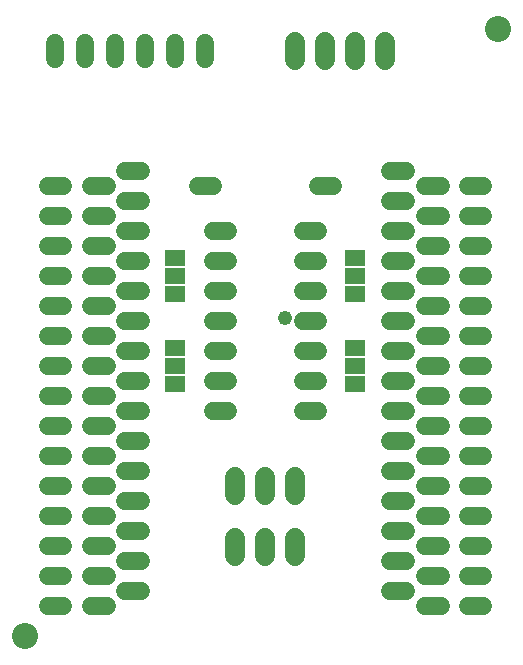
<source format=gbr>
G04 EAGLE Gerber RS-274X export*
G75*
%MOMM*%
%FSLAX34Y34*%
%LPD*%
%INSoldermask Bottom*%
%IPPOS*%
%AMOC8*
5,1,8,0,0,1.08239X$1,22.5*%
G01*
%ADD10C,2.203200*%
%ADD11C,1.524000*%
%ADD12C,1.727200*%
%ADD13R,1.803400X1.371600*%
%ADD14C,1.219200*%


D10*
X577850Y628650D03*
X177800Y114300D03*
D11*
X486696Y152200D02*
X499904Y152200D01*
X499904Y177600D02*
X486696Y177600D01*
X486696Y203000D02*
X499904Y203000D01*
X499904Y228400D02*
X486696Y228400D01*
X486696Y253800D02*
X499904Y253800D01*
X499904Y279200D02*
X486696Y279200D01*
X486696Y304600D02*
X499904Y304600D01*
X499904Y330000D02*
X486696Y330000D01*
X486696Y355400D02*
X499904Y355400D01*
X499904Y380800D02*
X486696Y380800D01*
X486696Y406200D02*
X499904Y406200D01*
X499904Y431600D02*
X486696Y431600D01*
X486696Y457000D02*
X499904Y457000D01*
X499904Y482400D02*
X486696Y482400D01*
X486696Y507800D02*
X499904Y507800D01*
X275304Y152200D02*
X262096Y152200D01*
X262096Y177600D02*
X275304Y177600D01*
X275304Y203000D02*
X262096Y203000D01*
X262096Y228400D02*
X275304Y228400D01*
X275304Y253800D02*
X262096Y253800D01*
X262096Y279200D02*
X275304Y279200D01*
X275304Y304600D02*
X262096Y304600D01*
X262096Y330000D02*
X275304Y330000D01*
X275304Y355400D02*
X262096Y355400D01*
X262096Y380800D02*
X275304Y380800D01*
X275304Y406200D02*
X262096Y406200D01*
X262096Y431600D02*
X275304Y431600D01*
X275304Y457000D02*
X262096Y457000D01*
X262096Y482400D02*
X275304Y482400D01*
X275304Y507800D02*
X262096Y507800D01*
D12*
X482600Y601980D02*
X482600Y617220D01*
X457200Y617220D02*
X457200Y601980D01*
X431800Y601980D02*
X431800Y617220D01*
X406400Y617220D02*
X406400Y601980D01*
D11*
X552196Y139700D02*
X565404Y139700D01*
X565404Y165100D02*
X552196Y165100D01*
X552196Y190500D02*
X565404Y190500D01*
X565404Y215900D02*
X552196Y215900D01*
X552196Y241300D02*
X565404Y241300D01*
X565404Y266700D02*
X552196Y266700D01*
X552196Y292100D02*
X565404Y292100D01*
X565404Y317500D02*
X552196Y317500D01*
X552196Y342900D02*
X565404Y342900D01*
X565404Y368300D02*
X552196Y368300D01*
X552196Y393700D02*
X565404Y393700D01*
X565404Y419100D02*
X552196Y419100D01*
X552196Y444500D02*
X565404Y444500D01*
X565404Y469900D02*
X552196Y469900D01*
X552196Y495300D02*
X565404Y495300D01*
X209804Y139700D02*
X196596Y139700D01*
X196596Y165100D02*
X209804Y165100D01*
X209804Y190500D02*
X196596Y190500D01*
X196596Y215900D02*
X209804Y215900D01*
X209804Y241300D02*
X196596Y241300D01*
X196596Y266700D02*
X209804Y266700D01*
X209804Y292100D02*
X196596Y292100D01*
X196596Y317500D02*
X209804Y317500D01*
X209804Y342900D02*
X196596Y342900D01*
X196596Y368300D02*
X209804Y368300D01*
X209804Y393700D02*
X196596Y393700D01*
X196596Y419100D02*
X209804Y419100D01*
X209804Y444500D02*
X196596Y444500D01*
X196596Y469900D02*
X209804Y469900D01*
X209804Y495300D02*
X196596Y495300D01*
X516096Y139700D02*
X529304Y139700D01*
X529304Y165100D02*
X516096Y165100D01*
X516096Y190500D02*
X529304Y190500D01*
X529304Y215900D02*
X516096Y215900D01*
X516096Y241300D02*
X529304Y241300D01*
X529304Y266700D02*
X516096Y266700D01*
X516096Y292100D02*
X529304Y292100D01*
X529304Y317500D02*
X516096Y317500D01*
X516096Y342900D02*
X529304Y342900D01*
X529304Y368300D02*
X516096Y368300D01*
X516096Y393700D02*
X529304Y393700D01*
X529304Y419100D02*
X516096Y419100D01*
X516096Y444500D02*
X529304Y444500D01*
X529304Y469900D02*
X516096Y469900D01*
X516096Y495300D02*
X529304Y495300D01*
X246604Y139700D02*
X233396Y139700D01*
X233396Y165100D02*
X246604Y165100D01*
X246604Y190500D02*
X233396Y190500D01*
X233396Y215900D02*
X246604Y215900D01*
X246604Y241300D02*
X233396Y241300D01*
X233396Y266700D02*
X246604Y266700D01*
X246604Y292100D02*
X233396Y292100D01*
X233396Y317500D02*
X246604Y317500D01*
X246604Y342900D02*
X233396Y342900D01*
X233396Y368300D02*
X246604Y368300D01*
X246604Y393700D02*
X233396Y393700D01*
X233396Y419100D02*
X246604Y419100D01*
X246604Y444500D02*
X233396Y444500D01*
X233396Y469900D02*
X246604Y469900D01*
X246604Y495300D02*
X233396Y495300D01*
D12*
X406400Y197720D02*
X406400Y182480D01*
X381000Y182480D02*
X381000Y197720D01*
X355600Y197720D02*
X355600Y182480D01*
X406400Y233680D02*
X406400Y248920D01*
X381000Y248920D02*
X381000Y233680D01*
X355600Y233680D02*
X355600Y248920D01*
D11*
X425196Y495300D02*
X438404Y495300D01*
X336804Y495300D02*
X323596Y495300D01*
X203200Y602996D02*
X203200Y616204D01*
X228600Y616204D02*
X228600Y602996D01*
X254000Y602996D02*
X254000Y616204D01*
X279400Y616204D02*
X279400Y602996D01*
X304800Y602996D02*
X304800Y616204D01*
X330200Y616204D02*
X330200Y602996D01*
X412496Y304800D02*
X425704Y304800D01*
X425704Y330200D02*
X412496Y330200D01*
X412496Y457200D02*
X425704Y457200D01*
X349504Y457200D02*
X336296Y457200D01*
X412496Y355600D02*
X425704Y355600D01*
X425704Y381000D02*
X412496Y381000D01*
X412496Y431800D02*
X425704Y431800D01*
X425704Y406400D02*
X412496Y406400D01*
X349504Y431800D02*
X336296Y431800D01*
X336296Y406400D02*
X349504Y406400D01*
X349504Y381000D02*
X336296Y381000D01*
X336296Y355600D02*
X349504Y355600D01*
X349504Y330200D02*
X336296Y330200D01*
X336296Y304800D02*
X349504Y304800D01*
D13*
X304800Y403860D03*
X304800Y419100D03*
X304800Y434340D03*
X457200Y403860D03*
X457200Y419100D03*
X457200Y434340D03*
X457200Y327660D03*
X457200Y342900D03*
X457200Y358140D03*
X304800Y327660D03*
X304800Y342900D03*
X304800Y358140D03*
D14*
X397764Y384048D03*
M02*

</source>
